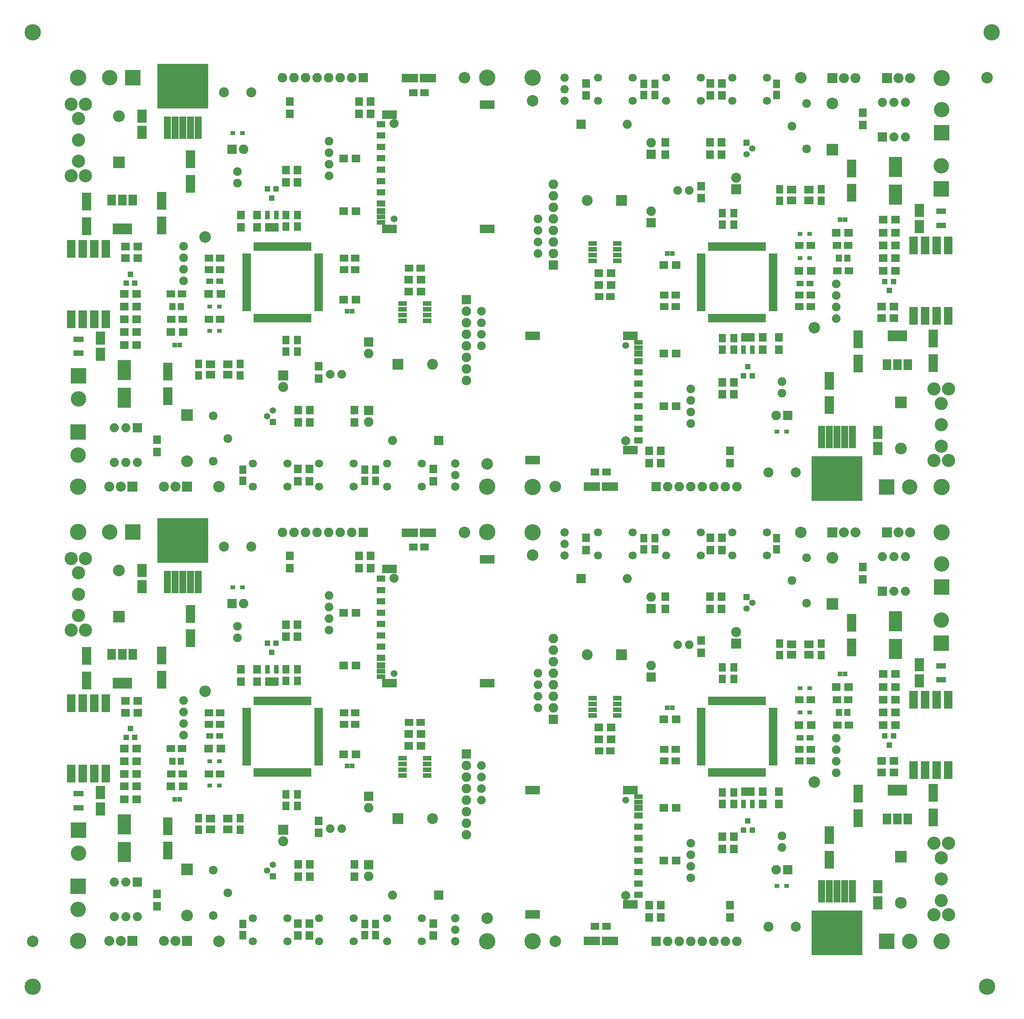
<source format=gbr>
G04 #@! TF.FileFunction,Soldermask,Top*
%FSLAX46Y46*%
G04 Gerber Fmt 4.6, Leading zero omitted, Abs format (unit mm)*
G04 Created by KiCad (PCBNEW 4.0.7-e2-6376~58~ubuntu16.04.1) date Sun Nov 18 23:18:58 2018*
%MOMM*%
%LPD*%
G01*
G04 APERTURE LIST*
%ADD10C,0.100000*%
%ADD11C,2.540000*%
%ADD12C,3.600000*%
%ADD13R,1.900000X1.650000*%
%ADD14R,1.900000X1.700000*%
%ADD15R,1.950000X1.000000*%
%ADD16R,1.900000X0.680000*%
%ADD17R,0.680000X1.900000*%
%ADD18R,1.700000X1.900000*%
%ADD19R,1.050000X1.960000*%
%ADD20R,2.100000X2.100000*%
%ADD21O,2.100000X2.100000*%
%ADD22R,2.400000X2.400000*%
%ADD23C,2.400000*%
%ADD24R,2.000000X2.000000*%
%ADD25O,2.000000X2.000000*%
%ADD26C,1.900000*%
%ADD27R,1.650000X1.900000*%
%ADD28R,1.000000X1.100000*%
%ADD29R,1.200000X1.300000*%
%ADD30C,2.200000*%
%ADD31R,3.600000X1.900000*%
%ADD32R,1.900000X1.400000*%
%ADD33R,1.900000X1.100000*%
%ADD34C,2.000000*%
%ADD35C,1.500000*%
%ADD36R,3.200000X1.900000*%
%ADD37R,2.200000X2.200000*%
%ADD38R,2.000000X1.700000*%
%ADD39R,1.000000X0.850000*%
%ADD40R,2.000000X3.900000*%
%ADD41R,2.900000X4.400000*%
%ADD42R,1.450000X1.500000*%
%ADD43R,2.000000X3.000000*%
%ADD44R,3.400000X3.400000*%
%ADD45C,3.400000*%
%ADD46R,2.600000X2.600000*%
%ADD47O,2.600000X2.600000*%
%ADD48C,2.900000*%
%ADD49R,1.500000X5.000000*%
%ADD50R,11.200000X9.800000*%
%ADD51R,1.600000X1.300000*%
%ADD52R,4.200000X2.400000*%
%ADD53R,1.900000X2.400000*%
%ADD54R,0.700000X1.200000*%
%ADD55R,1.900000X3.900000*%
%ADD56O,2.200000X2.200000*%
%ADD57C,1.400000*%
%ADD58R,1.400000X1.400000*%
%ADD59C,1.797000*%
%ADD60C,1.924000*%
%ADD61C,1.840000*%
G04 APERTURE END LIST*
D10*
D11*
X-5000000Y-195000000D03*
X205000000Y-5000000D03*
D12*
X-5000000Y-205000000D03*
X-5000000Y5000000D03*
X206000000Y5000000D03*
X205000000Y-205000000D03*
D13*
X63512580Y-147243880D03*
X66012580Y-147243880D03*
D14*
X63412580Y-134327980D03*
X66112580Y-134327980D03*
X80446180Y-149415580D03*
X77746180Y-149415580D03*
D13*
X63512580Y-144703880D03*
X66012580Y-144703880D03*
D14*
X63420200Y-153848000D03*
X66120200Y-153848000D03*
D15*
X81796180Y-158508780D03*
X81796180Y-157238780D03*
X81796180Y-155968780D03*
X81796180Y-154698780D03*
X76396180Y-154698780D03*
X76396180Y-155968780D03*
X76396180Y-157238780D03*
X76396180Y-158508780D03*
D13*
X80346180Y-146875580D03*
X77846180Y-146875580D03*
D14*
X80446180Y-151999880D03*
X77746180Y-151999880D03*
D13*
X36302580Y-147243880D03*
X33802580Y-147243880D03*
D14*
X36402580Y-152577880D03*
X33702580Y-152577880D03*
D16*
X42100580Y-143999880D03*
X42100580Y-144499880D03*
X42100580Y-144999880D03*
X42100580Y-145499880D03*
X42100580Y-145999880D03*
X42100580Y-146499880D03*
X42100580Y-146999880D03*
X42100580Y-147499880D03*
X42100580Y-147999880D03*
X42100580Y-148499880D03*
X42100580Y-148999880D03*
X42100580Y-149499880D03*
X42100580Y-149999880D03*
X42100580Y-150499880D03*
X42100580Y-150999880D03*
X42100580Y-151499880D03*
X42100580Y-151999880D03*
X42100580Y-152499880D03*
X42100580Y-152999880D03*
X42100580Y-153499880D03*
X42100580Y-153999880D03*
X42100580Y-154499880D03*
X42100580Y-154999880D03*
X42100580Y-155499880D03*
X42100580Y-155999880D03*
D17*
X44000580Y-157899880D03*
X44500580Y-157899880D03*
X45000580Y-157899880D03*
X45500580Y-157899880D03*
X46000580Y-157899880D03*
X46500580Y-157899880D03*
X47000580Y-157899880D03*
X47500580Y-157899880D03*
X48000580Y-157899880D03*
X48500580Y-157899880D03*
X49000580Y-157899880D03*
X49500580Y-157899880D03*
X50000580Y-157899880D03*
X50500580Y-157899880D03*
X51000580Y-157899880D03*
X51500580Y-157899880D03*
X52000580Y-157899880D03*
X52500580Y-157899880D03*
X53000580Y-157899880D03*
X53500580Y-157899880D03*
X54000580Y-157899880D03*
X54500580Y-157899880D03*
X55000580Y-157899880D03*
X55500580Y-157899880D03*
X56000580Y-157899880D03*
D16*
X57900580Y-155999880D03*
X57900580Y-155499880D03*
X57900580Y-154999880D03*
X57900580Y-154499880D03*
X57900580Y-153999880D03*
X57900580Y-153499880D03*
X57900580Y-152999880D03*
X57900580Y-152499880D03*
X57900580Y-151999880D03*
X57900580Y-151499880D03*
X57900580Y-150999880D03*
X57900580Y-150499880D03*
X57900580Y-149999880D03*
X57900580Y-149499880D03*
X57900580Y-148999880D03*
X57900580Y-148499880D03*
X57900580Y-147999880D03*
X57900580Y-147499880D03*
X57900580Y-146999880D03*
X57900580Y-146499880D03*
X57900580Y-145999880D03*
X57900580Y-145499880D03*
X57900580Y-144999880D03*
X57900580Y-144499880D03*
X57900580Y-143999880D03*
D17*
X56000580Y-142099880D03*
X55500580Y-142099880D03*
X55000580Y-142099880D03*
X54500580Y-142099880D03*
X54000580Y-142099880D03*
X53500580Y-142099880D03*
X53000580Y-142099880D03*
X52500580Y-142099880D03*
X52000580Y-142099880D03*
X51500580Y-142099880D03*
X51000580Y-142099880D03*
X50500580Y-142099880D03*
X50000580Y-142099880D03*
X49500580Y-142099880D03*
X49000580Y-142099880D03*
X48500580Y-142099880D03*
X48000580Y-142099880D03*
X47500580Y-142099880D03*
X47000580Y-142099880D03*
X46500580Y-142099880D03*
X46000580Y-142099880D03*
X45500580Y-142099880D03*
X45000580Y-142099880D03*
X44500580Y-142099880D03*
X44000580Y-142099880D03*
D13*
X36302580Y-144703880D03*
X33802580Y-144703880D03*
D18*
X40840860Y-135213180D03*
X40840860Y-137913180D03*
X44376920Y-135213180D03*
X44376920Y-137913180D03*
D19*
X46683200Y-137913180D03*
X47633200Y-137913180D03*
X48583200Y-137913180D03*
X48583200Y-135213180D03*
X46683200Y-135213180D03*
D20*
X90416580Y-153840380D03*
D21*
X90416580Y-156380380D03*
X90416580Y-158920380D03*
X90416580Y-161460380D03*
X90416580Y-164000380D03*
X90416580Y-166540380D03*
X90416580Y-169080380D03*
X90416580Y-171620380D03*
D20*
X68933260Y-178188820D03*
D21*
X68933260Y-180728820D03*
D22*
X75400200Y-168000000D03*
D23*
X83000200Y-168000000D03*
D24*
X84328580Y-184836000D03*
D25*
X74168580Y-184836000D03*
D20*
X68933260Y-163152020D03*
D21*
X68933260Y-165692020D03*
D26*
X63056640Y-170218300D03*
D27*
X53277080Y-162717240D03*
X53277080Y-165217240D03*
D18*
X57912580Y-168499880D03*
X57912580Y-171199880D03*
D26*
X93769380Y-164000380D03*
X93769380Y-161460380D03*
X93769380Y-158920380D03*
X93777000Y-156380380D03*
D28*
X65312580Y-156388000D03*
X64212580Y-156388000D03*
D18*
X65786200Y-180788500D03*
X65786200Y-178088500D03*
D26*
X60190580Y-126535380D03*
X60190580Y-123995380D03*
D29*
X48575200Y-129429200D03*
X46675200Y-129429200D03*
X47625200Y-131429200D03*
D27*
X53277080Y-137698880D03*
X53277080Y-135198880D03*
X50737080Y-137698880D03*
X50737080Y-135198880D03*
D18*
X50737080Y-125319880D03*
X50737080Y-128019880D03*
X53277080Y-125319880D03*
X53277080Y-128019880D03*
D30*
X37106580Y-108170380D03*
X43106580Y-108170380D03*
D26*
X60190580Y-121455380D03*
D14*
X66112580Y-122725380D03*
X63412580Y-122725380D03*
D18*
X66802580Y-110206880D03*
X66802580Y-112906880D03*
X69342580Y-110206880D03*
X69342580Y-112906880D03*
D26*
X60190580Y-118915380D03*
D20*
X67780580Y-104999880D03*
D21*
X65240580Y-104999880D03*
X62700580Y-104999880D03*
X60160580Y-104999880D03*
X57620580Y-104999880D03*
X55080580Y-104999880D03*
X52540580Y-104999880D03*
X50000580Y-104999880D03*
D18*
X51562580Y-110206880D03*
X51562580Y-112906880D03*
D12*
X95000580Y-104992380D03*
D13*
X78760580Y-108254880D03*
X81260580Y-108254880D03*
D11*
X90000200Y-105000000D03*
D31*
X77978580Y-105079880D03*
X81978580Y-105079880D03*
D32*
X71696580Y-117696880D03*
X71696580Y-120196880D03*
X71696580Y-122696880D03*
X71696580Y-125196880D03*
X71696580Y-127696880D03*
X71696580Y-130196880D03*
X71696580Y-132626880D03*
X71696580Y-134326880D03*
X71696580Y-115196880D03*
D33*
X71696580Y-135626880D03*
X71696580Y-136826880D03*
D34*
X74496580Y-115071880D03*
D35*
X74496580Y-136071880D03*
D36*
X73496580Y-113121880D03*
X94996580Y-110921880D03*
X94996580Y-138221880D03*
X73496580Y-138221880D03*
D37*
X50165580Y-170484880D03*
D30*
X50165580Y-173024880D03*
D27*
X31496580Y-170464880D03*
X31496580Y-167964880D03*
D26*
X60516640Y-170218300D03*
D38*
X34168580Y-170364880D03*
X37968580Y-170364880D03*
X37968580Y-168064880D03*
X34168580Y-168064880D03*
D39*
X36102580Y-160705880D03*
X34002580Y-160705880D03*
D27*
X40640580Y-167964880D03*
X40640580Y-170464880D03*
D40*
X24757580Y-169682380D03*
X24757580Y-175082380D03*
D41*
X15181780Y-169268880D03*
X15181780Y-175368880D03*
D14*
X17860580Y-155371880D03*
X15160580Y-155371880D03*
D39*
X36102580Y-155371880D03*
X34002580Y-155371880D03*
D13*
X27920580Y-152577880D03*
X25420580Y-152577880D03*
D42*
X25745580Y-155371880D03*
X27595580Y-155371880D03*
D26*
X28186580Y-149649380D03*
X28186580Y-147109380D03*
D43*
X19042580Y-117010380D03*
X19042580Y-113410380D03*
D12*
X4992580Y-104992380D03*
D44*
X17072580Y-104992380D03*
D45*
X11992580Y-104992380D03*
D46*
X13962580Y-123614380D03*
D47*
X13962580Y-113454380D03*
D48*
X5072580Y-123360380D03*
X5072580Y-118661380D03*
X5072580Y-113962380D03*
X3485080Y-110787380D03*
X3485080Y-126535380D03*
X6660080Y-110787380D03*
X6660080Y-126535380D03*
D20*
X38862200Y-120700780D03*
D21*
X41402200Y-120700780D03*
D49*
X24630580Y-115994380D03*
X26330580Y-115994380D03*
X28030580Y-115994380D03*
X29730580Y-115994380D03*
X31430580Y-115994380D03*
D50*
X28030580Y-106844380D03*
D26*
X40106580Y-125654000D03*
D40*
X29710580Y-122946380D03*
X29710580Y-128346380D03*
D39*
X39083180Y-117170780D03*
X41183180Y-117170780D03*
D26*
X40106580Y-128194000D03*
D51*
X36152580Y-149783880D03*
X33952580Y-149783880D03*
D26*
X28186580Y-144569380D03*
D40*
X23360580Y-132090380D03*
X23360580Y-137490380D03*
D26*
X28186580Y-142029380D03*
D40*
X6850580Y-132250380D03*
X6850580Y-137650380D03*
D11*
X33000200Y-140000000D03*
D52*
X14724580Y-138194380D03*
D53*
X14724580Y-131894380D03*
X12424580Y-131894380D03*
X17024580Y-131894380D03*
D14*
X15152580Y-163809880D03*
X17852580Y-163809880D03*
D43*
X9906580Y-162270380D03*
X9906580Y-165870380D03*
D44*
X5106580Y-170590380D03*
D45*
X5106580Y-175670380D03*
D54*
X4356580Y-165620380D03*
X4856580Y-165620380D03*
X5356580Y-165620380D03*
X5856580Y-165620380D03*
X5856580Y-162520380D03*
X5356580Y-162520380D03*
X4856580Y-162520380D03*
X4356580Y-162520380D03*
D14*
X17860580Y-160896500D03*
X15160580Y-160896500D03*
X17860580Y-152577880D03*
X15160580Y-152577880D03*
X17860580Y-158165880D03*
X15160580Y-158165880D03*
X18159920Y-144703880D03*
X15459920Y-144703880D03*
D55*
X11146580Y-142670380D03*
X8606580Y-158140380D03*
X11146580Y-158140380D03*
X6066580Y-158140380D03*
X3526580Y-158140380D03*
X8606580Y-142670380D03*
X6066580Y-142670380D03*
X3526580Y-142670380D03*
D29*
X15585980Y-150183680D03*
X17485980Y-150183680D03*
X16535980Y-148183680D03*
D14*
X18159920Y-142158920D03*
X15459920Y-142158920D03*
D12*
X4992580Y-194992380D03*
D44*
X4992580Y-182912380D03*
D45*
X4992580Y-187992380D03*
D37*
X28992580Y-194992380D03*
D56*
X26452580Y-194992380D03*
X23912580Y-194992380D03*
D46*
X29012080Y-179240380D03*
D47*
X29012080Y-189400380D03*
D24*
X18026580Y-182034380D03*
D25*
X12946580Y-189654380D03*
X15486580Y-182034380D03*
X15486580Y-189654380D03*
X12946580Y-182034380D03*
X18026580Y-189654380D03*
D18*
X22344580Y-184621380D03*
X22344580Y-187321380D03*
D37*
X16992580Y-194992380D03*
D56*
X14452580Y-194992380D03*
X11912580Y-194992380D03*
D13*
X28047580Y-158165880D03*
X25547580Y-158165880D03*
X36302580Y-158165880D03*
X33802580Y-158165880D03*
D28*
X27347580Y-163807340D03*
X26247580Y-163807340D03*
D14*
X28147580Y-160896500D03*
X25447580Y-160896500D03*
D27*
X50727896Y-162723446D03*
X50727896Y-165223446D03*
D18*
X53416780Y-178111240D03*
X53416780Y-180811240D03*
X55961860Y-180821400D03*
X55961860Y-178121400D03*
D57*
X46606660Y-179463900D03*
X47876660Y-178193900D03*
D58*
X47876660Y-180733900D03*
D27*
X41275580Y-191205880D03*
X41275580Y-193705880D03*
D59*
X51057142Y-189919880D03*
X51057142Y-194999880D03*
X43437142Y-189919880D03*
X43437142Y-194999880D03*
D60*
X37932360Y-184388960D03*
X34732360Y-179388960D03*
X34732360Y-189388960D03*
D11*
X36000200Y-195000000D03*
D59*
X65620580Y-189919880D03*
X65620580Y-194999880D03*
X58000580Y-189919880D03*
X58000580Y-194999880D03*
D27*
X68072580Y-191205880D03*
X68072580Y-193705880D03*
D18*
X53340580Y-193805880D03*
X53340580Y-191105880D03*
X55880580Y-193805880D03*
X55880580Y-191105880D03*
D27*
X70485580Y-191205880D03*
X70485580Y-193705880D03*
D61*
X88000580Y-194999880D03*
X88000580Y-192459880D03*
X88000580Y-189919880D03*
D18*
X83185580Y-193805880D03*
X83185580Y-191105880D03*
D12*
X95000580Y-194999880D03*
D11*
X95000200Y-190000000D03*
D59*
X80620580Y-189919880D03*
X80620580Y-194999880D03*
X73000580Y-189919880D03*
X73000580Y-194999880D03*
D13*
X136487420Y-152756120D03*
X133987420Y-152756120D03*
D14*
X136587420Y-165672020D03*
X133887420Y-165672020D03*
X119553820Y-150584420D03*
X122253820Y-150584420D03*
D13*
X136487420Y-155296120D03*
X133987420Y-155296120D03*
D14*
X136579800Y-146152000D03*
X133879800Y-146152000D03*
D15*
X118203820Y-141491220D03*
X118203820Y-142761220D03*
X118203820Y-144031220D03*
X118203820Y-145301220D03*
X123603820Y-145301220D03*
X123603820Y-144031220D03*
X123603820Y-142761220D03*
X123603820Y-141491220D03*
D13*
X119653820Y-153124420D03*
X122153820Y-153124420D03*
D14*
X119553820Y-148000120D03*
X122253820Y-148000120D03*
D13*
X163697420Y-152756120D03*
X166197420Y-152756120D03*
D14*
X163597420Y-147422120D03*
X166297420Y-147422120D03*
D16*
X157899420Y-156000120D03*
X157899420Y-155500120D03*
X157899420Y-155000120D03*
X157899420Y-154500120D03*
X157899420Y-154000120D03*
X157899420Y-153500120D03*
X157899420Y-153000120D03*
X157899420Y-152500120D03*
X157899420Y-152000120D03*
X157899420Y-151500120D03*
X157899420Y-151000120D03*
X157899420Y-150500120D03*
X157899420Y-150000120D03*
X157899420Y-149500120D03*
X157899420Y-149000120D03*
X157899420Y-148500120D03*
X157899420Y-148000120D03*
X157899420Y-147500120D03*
X157899420Y-147000120D03*
X157899420Y-146500120D03*
X157899420Y-146000120D03*
X157899420Y-145500120D03*
X157899420Y-145000120D03*
X157899420Y-144500120D03*
X157899420Y-144000120D03*
D17*
X155999420Y-142100120D03*
X155499420Y-142100120D03*
X154999420Y-142100120D03*
X154499420Y-142100120D03*
X153999420Y-142100120D03*
X153499420Y-142100120D03*
X152999420Y-142100120D03*
X152499420Y-142100120D03*
X151999420Y-142100120D03*
X151499420Y-142100120D03*
X150999420Y-142100120D03*
X150499420Y-142100120D03*
X149999420Y-142100120D03*
X149499420Y-142100120D03*
X148999420Y-142100120D03*
X148499420Y-142100120D03*
X147999420Y-142100120D03*
X147499420Y-142100120D03*
X146999420Y-142100120D03*
X146499420Y-142100120D03*
X145999420Y-142100120D03*
X145499420Y-142100120D03*
X144999420Y-142100120D03*
X144499420Y-142100120D03*
X143999420Y-142100120D03*
D16*
X142099420Y-144000120D03*
X142099420Y-144500120D03*
X142099420Y-145000120D03*
X142099420Y-145500120D03*
X142099420Y-146000120D03*
X142099420Y-146500120D03*
X142099420Y-147000120D03*
X142099420Y-147500120D03*
X142099420Y-148000120D03*
X142099420Y-148500120D03*
X142099420Y-149000120D03*
X142099420Y-149500120D03*
X142099420Y-150000120D03*
X142099420Y-150500120D03*
X142099420Y-151000120D03*
X142099420Y-151500120D03*
X142099420Y-152000120D03*
X142099420Y-152500120D03*
X142099420Y-153000120D03*
X142099420Y-153500120D03*
X142099420Y-154000120D03*
X142099420Y-154500120D03*
X142099420Y-155000120D03*
X142099420Y-155500120D03*
X142099420Y-156000120D03*
D17*
X143999420Y-157900120D03*
X144499420Y-157900120D03*
X144999420Y-157900120D03*
X145499420Y-157900120D03*
X145999420Y-157900120D03*
X146499420Y-157900120D03*
X146999420Y-157900120D03*
X147499420Y-157900120D03*
X147999420Y-157900120D03*
X148499420Y-157900120D03*
X148999420Y-157900120D03*
X149499420Y-157900120D03*
X149999420Y-157900120D03*
X150499420Y-157900120D03*
X150999420Y-157900120D03*
X151499420Y-157900120D03*
X151999420Y-157900120D03*
X152499420Y-157900120D03*
X152999420Y-157900120D03*
X153499420Y-157900120D03*
X153999420Y-157900120D03*
X154499420Y-157900120D03*
X154999420Y-157900120D03*
X155499420Y-157900120D03*
X155999420Y-157900120D03*
D13*
X163697420Y-155296120D03*
X166197420Y-155296120D03*
D18*
X159159140Y-164786820D03*
X159159140Y-162086820D03*
X155623080Y-164786820D03*
X155623080Y-162086820D03*
D19*
X153316800Y-162086820D03*
X152366800Y-162086820D03*
X151416800Y-162086820D03*
X151416800Y-164786820D03*
X153316800Y-164786820D03*
D20*
X109583420Y-146159620D03*
D21*
X109583420Y-143619620D03*
X109583420Y-141079620D03*
X109583420Y-138539620D03*
X109583420Y-135999620D03*
X109583420Y-133459620D03*
X109583420Y-130919620D03*
X109583420Y-128379620D03*
D20*
X131066740Y-121811180D03*
D21*
X131066740Y-119271180D03*
D22*
X124599800Y-132000000D03*
D23*
X116999800Y-132000000D03*
D24*
X115671420Y-115164000D03*
D25*
X125831420Y-115164000D03*
D20*
X131066740Y-136847980D03*
D21*
X131066740Y-134307980D03*
D26*
X136943360Y-129781700D03*
D27*
X146722920Y-137282760D03*
X146722920Y-134782760D03*
D18*
X142087420Y-131500120D03*
X142087420Y-128800120D03*
D26*
X106230620Y-135999620D03*
X106230620Y-138539620D03*
X106230620Y-141079620D03*
X106223000Y-143619620D03*
D28*
X134687420Y-143612000D03*
X135787420Y-143612000D03*
D18*
X134213800Y-119211500D03*
X134213800Y-121911500D03*
D26*
X139809420Y-173464620D03*
X139809420Y-176004620D03*
D29*
X151424800Y-170570800D03*
X153324800Y-170570800D03*
X152374800Y-168570800D03*
D27*
X146722920Y-162301120D03*
X146722920Y-164801120D03*
X149262920Y-162301120D03*
X149262920Y-164801120D03*
D18*
X149262920Y-174680120D03*
X149262920Y-171980120D03*
X146722920Y-174680120D03*
X146722920Y-171980120D03*
D30*
X162893420Y-191829620D03*
X156893420Y-191829620D03*
D26*
X139809420Y-178544620D03*
D14*
X133887420Y-177274620D03*
X136587420Y-177274620D03*
D18*
X133197420Y-189793120D03*
X133197420Y-187093120D03*
X130657420Y-189793120D03*
X130657420Y-187093120D03*
D26*
X139809420Y-181084620D03*
D20*
X132219420Y-195000120D03*
D21*
X134759420Y-195000120D03*
X137299420Y-195000120D03*
X139839420Y-195000120D03*
X142379420Y-195000120D03*
X144919420Y-195000120D03*
X147459420Y-195000120D03*
X149999420Y-195000120D03*
D18*
X148437420Y-189793120D03*
X148437420Y-187093120D03*
D12*
X104999420Y-195007620D03*
D13*
X121239420Y-191745120D03*
X118739420Y-191745120D03*
D11*
X109999800Y-195000000D03*
D31*
X122021420Y-194920120D03*
X118021420Y-194920120D03*
D32*
X128303420Y-182303120D03*
X128303420Y-179803120D03*
X128303420Y-177303120D03*
X128303420Y-174803120D03*
X128303420Y-172303120D03*
X128303420Y-169803120D03*
X128303420Y-167373120D03*
X128303420Y-165673120D03*
X128303420Y-184803120D03*
D33*
X128303420Y-164373120D03*
X128303420Y-163173120D03*
D34*
X125503420Y-184928120D03*
D35*
X125503420Y-163928120D03*
D36*
X126503420Y-186878120D03*
X105003420Y-189078120D03*
X105003420Y-161778120D03*
X126503420Y-161778120D03*
D37*
X149834420Y-129515120D03*
D30*
X149834420Y-126975120D03*
D27*
X168503420Y-129535120D03*
X168503420Y-132035120D03*
D26*
X139483360Y-129781700D03*
D38*
X165831420Y-129635120D03*
X162031420Y-129635120D03*
X162031420Y-131935120D03*
X165831420Y-131935120D03*
D39*
X163897420Y-139294120D03*
X165997420Y-139294120D03*
D27*
X159359420Y-132035120D03*
X159359420Y-129535120D03*
D40*
X175242420Y-130317620D03*
X175242420Y-124917620D03*
D41*
X184818220Y-130731120D03*
X184818220Y-124631120D03*
D14*
X182139420Y-144628120D03*
X184839420Y-144628120D03*
D39*
X163897420Y-144628120D03*
X165997420Y-144628120D03*
D13*
X172079420Y-147422120D03*
X174579420Y-147422120D03*
D42*
X174254420Y-144628120D03*
X172404420Y-144628120D03*
D26*
X171813420Y-150350620D03*
X171813420Y-152890620D03*
D43*
X180957420Y-182989620D03*
X180957420Y-186589620D03*
D12*
X195007420Y-195007620D03*
D44*
X182927420Y-195007620D03*
D45*
X188007420Y-195007620D03*
D46*
X186037420Y-176385620D03*
D47*
X186037420Y-186545620D03*
D48*
X194927420Y-176639620D03*
X194927420Y-181338620D03*
X194927420Y-186037620D03*
X196514920Y-189212620D03*
X196514920Y-173464620D03*
X193339920Y-189212620D03*
X193339920Y-173464620D03*
D20*
X161137800Y-179299220D03*
D21*
X158597800Y-179299220D03*
D49*
X175369420Y-184005620D03*
X173669420Y-184005620D03*
X171969420Y-184005620D03*
X170269420Y-184005620D03*
X168569420Y-184005620D03*
D50*
X171969420Y-193155620D03*
D26*
X159893420Y-174346000D03*
D40*
X170289420Y-177053620D03*
X170289420Y-171653620D03*
D39*
X160916820Y-182829220D03*
X158816820Y-182829220D03*
D26*
X159893420Y-171806000D03*
D51*
X163847420Y-150216120D03*
X166047420Y-150216120D03*
D26*
X171813420Y-155430620D03*
D40*
X176639420Y-167909620D03*
X176639420Y-162509620D03*
D26*
X171813420Y-157970620D03*
D40*
X193149420Y-167749620D03*
X193149420Y-162349620D03*
D11*
X166999800Y-160000000D03*
D52*
X185275420Y-161805620D03*
D53*
X185275420Y-168105620D03*
X187575420Y-168105620D03*
X182975420Y-168105620D03*
D14*
X184847420Y-136190120D03*
X182147420Y-136190120D03*
D43*
X190093420Y-137729620D03*
X190093420Y-134129620D03*
D44*
X194893420Y-129409620D03*
D45*
X194893420Y-124329620D03*
D54*
X195643420Y-134379620D03*
X195143420Y-134379620D03*
X194643420Y-134379620D03*
X194143420Y-134379620D03*
X194143420Y-137479620D03*
X194643420Y-137479620D03*
X195143420Y-137479620D03*
X195643420Y-137479620D03*
D14*
X182139420Y-139103500D03*
X184839420Y-139103500D03*
X182139420Y-147422120D03*
X184839420Y-147422120D03*
X182139420Y-141834120D03*
X184839420Y-141834120D03*
X181840080Y-155296120D03*
X184540080Y-155296120D03*
D55*
X188853420Y-157329620D03*
X191393420Y-141859620D03*
X188853420Y-141859620D03*
X193933420Y-141859620D03*
X196473420Y-141859620D03*
X191393420Y-157329620D03*
X193933420Y-157329620D03*
X196473420Y-157329620D03*
D29*
X184414020Y-149816320D03*
X182514020Y-149816320D03*
X183464020Y-151816320D03*
D14*
X181840080Y-157841080D03*
X184540080Y-157841080D03*
D12*
X195007420Y-105007620D03*
D44*
X195007420Y-117087620D03*
D45*
X195007420Y-112007620D03*
D37*
X171007420Y-105007620D03*
D56*
X173547420Y-105007620D03*
X176087420Y-105007620D03*
D46*
X170987920Y-120759620D03*
D47*
X170987920Y-110599620D03*
D24*
X181973420Y-117965620D03*
D25*
X187053420Y-110345620D03*
X184513420Y-117965620D03*
X184513420Y-110345620D03*
X187053420Y-117965620D03*
X181973420Y-110345620D03*
D18*
X177655420Y-115378620D03*
X177655420Y-112678620D03*
D37*
X183007420Y-105007620D03*
D56*
X185547420Y-105007620D03*
X188087420Y-105007620D03*
D13*
X171952420Y-141834120D03*
X174452420Y-141834120D03*
X163697420Y-141834120D03*
X166197420Y-141834120D03*
D28*
X172652420Y-136192660D03*
X173752420Y-136192660D03*
D14*
X171852420Y-139103500D03*
X174552420Y-139103500D03*
D27*
X149272104Y-137276554D03*
X149272104Y-134776554D03*
D18*
X146583220Y-121888760D03*
X146583220Y-119188760D03*
X144038140Y-119178600D03*
X144038140Y-121878600D03*
D57*
X153393340Y-120536100D03*
X152123340Y-121806100D03*
D58*
X152123340Y-119266100D03*
D27*
X158724420Y-108794120D03*
X158724420Y-106294120D03*
D59*
X148942858Y-110080120D03*
X148942858Y-105000120D03*
X156562858Y-110080120D03*
X156562858Y-105000120D03*
D60*
X162067640Y-115611040D03*
X165267640Y-120611040D03*
X165267640Y-110611040D03*
D11*
X163999800Y-105000000D03*
D59*
X134379420Y-110080120D03*
X134379420Y-105000120D03*
X141999420Y-110080120D03*
X141999420Y-105000120D03*
D27*
X131927420Y-108794120D03*
X131927420Y-106294120D03*
D18*
X146659420Y-106194120D03*
X146659420Y-108894120D03*
X144119420Y-106194120D03*
X144119420Y-108894120D03*
D27*
X129514420Y-108794120D03*
X129514420Y-106294120D03*
D61*
X111999420Y-105000120D03*
X111999420Y-107540120D03*
X111999420Y-110080120D03*
D18*
X116814420Y-106194120D03*
X116814420Y-108894120D03*
D12*
X104999420Y-105000120D03*
D11*
X104999800Y-110000000D03*
D59*
X119379420Y-110080120D03*
X119379420Y-105000120D03*
X126999420Y-110080120D03*
X126999420Y-105000120D03*
D13*
X136487420Y-52756120D03*
X133987420Y-52756120D03*
D14*
X136587420Y-65672020D03*
X133887420Y-65672020D03*
X119553820Y-50584420D03*
X122253820Y-50584420D03*
D13*
X136487420Y-55296120D03*
X133987420Y-55296120D03*
D14*
X136579800Y-46152000D03*
X133879800Y-46152000D03*
D15*
X118203820Y-41491220D03*
X118203820Y-42761220D03*
X118203820Y-44031220D03*
X118203820Y-45301220D03*
X123603820Y-45301220D03*
X123603820Y-44031220D03*
X123603820Y-42761220D03*
X123603820Y-41491220D03*
D13*
X119653820Y-53124420D03*
X122153820Y-53124420D03*
D14*
X119553820Y-48000120D03*
X122253820Y-48000120D03*
D13*
X163697420Y-52756120D03*
X166197420Y-52756120D03*
D14*
X163597420Y-47422120D03*
X166297420Y-47422120D03*
D16*
X157899420Y-56000120D03*
X157899420Y-55500120D03*
X157899420Y-55000120D03*
X157899420Y-54500120D03*
X157899420Y-54000120D03*
X157899420Y-53500120D03*
X157899420Y-53000120D03*
X157899420Y-52500120D03*
X157899420Y-52000120D03*
X157899420Y-51500120D03*
X157899420Y-51000120D03*
X157899420Y-50500120D03*
X157899420Y-50000120D03*
X157899420Y-49500120D03*
X157899420Y-49000120D03*
X157899420Y-48500120D03*
X157899420Y-48000120D03*
X157899420Y-47500120D03*
X157899420Y-47000120D03*
X157899420Y-46500120D03*
X157899420Y-46000120D03*
X157899420Y-45500120D03*
X157899420Y-45000120D03*
X157899420Y-44500120D03*
X157899420Y-44000120D03*
D17*
X155999420Y-42100120D03*
X155499420Y-42100120D03*
X154999420Y-42100120D03*
X154499420Y-42100120D03*
X153999420Y-42100120D03*
X153499420Y-42100120D03*
X152999420Y-42100120D03*
X152499420Y-42100120D03*
X151999420Y-42100120D03*
X151499420Y-42100120D03*
X150999420Y-42100120D03*
X150499420Y-42100120D03*
X149999420Y-42100120D03*
X149499420Y-42100120D03*
X148999420Y-42100120D03*
X148499420Y-42100120D03*
X147999420Y-42100120D03*
X147499420Y-42100120D03*
X146999420Y-42100120D03*
X146499420Y-42100120D03*
X145999420Y-42100120D03*
X145499420Y-42100120D03*
X144999420Y-42100120D03*
X144499420Y-42100120D03*
X143999420Y-42100120D03*
D16*
X142099420Y-44000120D03*
X142099420Y-44500120D03*
X142099420Y-45000120D03*
X142099420Y-45500120D03*
X142099420Y-46000120D03*
X142099420Y-46500120D03*
X142099420Y-47000120D03*
X142099420Y-47500120D03*
X142099420Y-48000120D03*
X142099420Y-48500120D03*
X142099420Y-49000120D03*
X142099420Y-49500120D03*
X142099420Y-50000120D03*
X142099420Y-50500120D03*
X142099420Y-51000120D03*
X142099420Y-51500120D03*
X142099420Y-52000120D03*
X142099420Y-52500120D03*
X142099420Y-53000120D03*
X142099420Y-53500120D03*
X142099420Y-54000120D03*
X142099420Y-54500120D03*
X142099420Y-55000120D03*
X142099420Y-55500120D03*
X142099420Y-56000120D03*
D17*
X143999420Y-57900120D03*
X144499420Y-57900120D03*
X144999420Y-57900120D03*
X145499420Y-57900120D03*
X145999420Y-57900120D03*
X146499420Y-57900120D03*
X146999420Y-57900120D03*
X147499420Y-57900120D03*
X147999420Y-57900120D03*
X148499420Y-57900120D03*
X148999420Y-57900120D03*
X149499420Y-57900120D03*
X149999420Y-57900120D03*
X150499420Y-57900120D03*
X150999420Y-57900120D03*
X151499420Y-57900120D03*
X151999420Y-57900120D03*
X152499420Y-57900120D03*
X152999420Y-57900120D03*
X153499420Y-57900120D03*
X153999420Y-57900120D03*
X154499420Y-57900120D03*
X154999420Y-57900120D03*
X155499420Y-57900120D03*
X155999420Y-57900120D03*
D13*
X163697420Y-55296120D03*
X166197420Y-55296120D03*
D18*
X159159140Y-64786820D03*
X159159140Y-62086820D03*
X155623080Y-64786820D03*
X155623080Y-62086820D03*
D19*
X153316800Y-62086820D03*
X152366800Y-62086820D03*
X151416800Y-62086820D03*
X151416800Y-64786820D03*
X153316800Y-64786820D03*
D20*
X109583420Y-46159620D03*
D21*
X109583420Y-43619620D03*
X109583420Y-41079620D03*
X109583420Y-38539620D03*
X109583420Y-35999620D03*
X109583420Y-33459620D03*
X109583420Y-30919620D03*
X109583420Y-28379620D03*
D20*
X131066740Y-21811180D03*
D21*
X131066740Y-19271180D03*
D22*
X124599800Y-32000000D03*
D23*
X116999800Y-32000000D03*
D24*
X115671420Y-15164000D03*
D25*
X125831420Y-15164000D03*
D20*
X131066740Y-36847980D03*
D21*
X131066740Y-34307980D03*
D26*
X136943360Y-29781700D03*
D27*
X146722920Y-37282760D03*
X146722920Y-34782760D03*
D18*
X142087420Y-31500120D03*
X142087420Y-28800120D03*
D26*
X106230620Y-35999620D03*
X106230620Y-38539620D03*
X106230620Y-41079620D03*
X106223000Y-43619620D03*
D28*
X134687420Y-43612000D03*
X135787420Y-43612000D03*
D18*
X134213800Y-19211500D03*
X134213800Y-21911500D03*
D26*
X139809420Y-73464620D03*
X139809420Y-76004620D03*
D29*
X151424800Y-70570800D03*
X153324800Y-70570800D03*
X152374800Y-68570800D03*
D27*
X146722920Y-62301120D03*
X146722920Y-64801120D03*
X149262920Y-62301120D03*
X149262920Y-64801120D03*
D18*
X149262920Y-74680120D03*
X149262920Y-71980120D03*
X146722920Y-74680120D03*
X146722920Y-71980120D03*
D30*
X162893420Y-91829620D03*
X156893420Y-91829620D03*
D26*
X139809420Y-78544620D03*
D14*
X133887420Y-77274620D03*
X136587420Y-77274620D03*
D18*
X133197420Y-89793120D03*
X133197420Y-87093120D03*
X130657420Y-89793120D03*
X130657420Y-87093120D03*
D26*
X139809420Y-81084620D03*
D20*
X132219420Y-95000120D03*
D21*
X134759420Y-95000120D03*
X137299420Y-95000120D03*
X139839420Y-95000120D03*
X142379420Y-95000120D03*
X144919420Y-95000120D03*
X147459420Y-95000120D03*
X149999420Y-95000120D03*
D18*
X148437420Y-89793120D03*
X148437420Y-87093120D03*
D12*
X104999420Y-95007620D03*
D13*
X121239420Y-91745120D03*
X118739420Y-91745120D03*
D11*
X109999800Y-95000000D03*
D31*
X122021420Y-94920120D03*
X118021420Y-94920120D03*
D32*
X128303420Y-82303120D03*
X128303420Y-79803120D03*
X128303420Y-77303120D03*
X128303420Y-74803120D03*
X128303420Y-72303120D03*
X128303420Y-69803120D03*
X128303420Y-67373120D03*
X128303420Y-65673120D03*
X128303420Y-84803120D03*
D33*
X128303420Y-64373120D03*
X128303420Y-63173120D03*
D34*
X125503420Y-84928120D03*
D35*
X125503420Y-63928120D03*
D36*
X126503420Y-86878120D03*
X105003420Y-89078120D03*
X105003420Y-61778120D03*
X126503420Y-61778120D03*
D37*
X149834420Y-29515120D03*
D30*
X149834420Y-26975120D03*
D27*
X168503420Y-29535120D03*
X168503420Y-32035120D03*
D26*
X139483360Y-29781700D03*
D38*
X165831420Y-29635120D03*
X162031420Y-29635120D03*
X162031420Y-31935120D03*
X165831420Y-31935120D03*
D39*
X163897420Y-39294120D03*
X165997420Y-39294120D03*
D27*
X159359420Y-32035120D03*
X159359420Y-29535120D03*
D40*
X175242420Y-30317620D03*
X175242420Y-24917620D03*
D41*
X184818220Y-30731120D03*
X184818220Y-24631120D03*
D14*
X182139420Y-44628120D03*
X184839420Y-44628120D03*
D39*
X163897420Y-44628120D03*
X165997420Y-44628120D03*
D13*
X172079420Y-47422120D03*
X174579420Y-47422120D03*
D42*
X174254420Y-44628120D03*
X172404420Y-44628120D03*
D26*
X171813420Y-50350620D03*
X171813420Y-52890620D03*
D43*
X180957420Y-82989620D03*
X180957420Y-86589620D03*
D12*
X195007420Y-95007620D03*
D44*
X182927420Y-95007620D03*
D45*
X188007420Y-95007620D03*
D46*
X186037420Y-76385620D03*
D47*
X186037420Y-86545620D03*
D48*
X194927420Y-76639620D03*
X194927420Y-81338620D03*
X194927420Y-86037620D03*
X196514920Y-89212620D03*
X196514920Y-73464620D03*
X193339920Y-89212620D03*
X193339920Y-73464620D03*
D20*
X161137800Y-79299220D03*
D21*
X158597800Y-79299220D03*
D49*
X175369420Y-84005620D03*
X173669420Y-84005620D03*
X171969420Y-84005620D03*
X170269420Y-84005620D03*
X168569420Y-84005620D03*
D50*
X171969420Y-93155620D03*
D26*
X159893420Y-74346000D03*
D40*
X170289420Y-77053620D03*
X170289420Y-71653620D03*
D39*
X160916820Y-82829220D03*
X158816820Y-82829220D03*
D26*
X159893420Y-71806000D03*
D51*
X163847420Y-50216120D03*
X166047420Y-50216120D03*
D26*
X171813420Y-55430620D03*
D40*
X176639420Y-67909620D03*
X176639420Y-62509620D03*
D26*
X171813420Y-57970620D03*
D40*
X193149420Y-67749620D03*
X193149420Y-62349620D03*
D11*
X166999800Y-60000000D03*
D52*
X185275420Y-61805620D03*
D53*
X185275420Y-68105620D03*
X187575420Y-68105620D03*
X182975420Y-68105620D03*
D14*
X184847420Y-36190120D03*
X182147420Y-36190120D03*
D43*
X190093420Y-37729620D03*
X190093420Y-34129620D03*
D44*
X194893420Y-29409620D03*
D45*
X194893420Y-24329620D03*
D54*
X195643420Y-34379620D03*
X195143420Y-34379620D03*
X194643420Y-34379620D03*
X194143420Y-34379620D03*
X194143420Y-37479620D03*
X194643420Y-37479620D03*
X195143420Y-37479620D03*
X195643420Y-37479620D03*
D14*
X182139420Y-39103500D03*
X184839420Y-39103500D03*
X182139420Y-47422120D03*
X184839420Y-47422120D03*
X182139420Y-41834120D03*
X184839420Y-41834120D03*
X181840080Y-55296120D03*
X184540080Y-55296120D03*
D55*
X188853420Y-57329620D03*
X191393420Y-41859620D03*
X188853420Y-41859620D03*
X193933420Y-41859620D03*
X196473420Y-41859620D03*
X191393420Y-57329620D03*
X193933420Y-57329620D03*
X196473420Y-57329620D03*
D29*
X184414020Y-49816320D03*
X182514020Y-49816320D03*
X183464020Y-51816320D03*
D14*
X181840080Y-57841080D03*
X184540080Y-57841080D03*
D12*
X195007420Y-5007620D03*
D44*
X195007420Y-17087620D03*
D45*
X195007420Y-12007620D03*
D37*
X171007420Y-5007620D03*
D56*
X173547420Y-5007620D03*
X176087420Y-5007620D03*
D46*
X170987920Y-20759620D03*
D47*
X170987920Y-10599620D03*
D24*
X181973420Y-17965620D03*
D25*
X187053420Y-10345620D03*
X184513420Y-17965620D03*
X184513420Y-10345620D03*
X187053420Y-17965620D03*
X181973420Y-10345620D03*
D18*
X177655420Y-15378620D03*
X177655420Y-12678620D03*
D37*
X183007420Y-5007620D03*
D56*
X185547420Y-5007620D03*
X188087420Y-5007620D03*
D13*
X171952420Y-41834120D03*
X174452420Y-41834120D03*
X163697420Y-41834120D03*
X166197420Y-41834120D03*
D28*
X172652420Y-36192660D03*
X173752420Y-36192660D03*
D14*
X171852420Y-39103500D03*
X174552420Y-39103500D03*
D27*
X149272104Y-37276554D03*
X149272104Y-34776554D03*
D18*
X146583220Y-21888760D03*
X146583220Y-19188760D03*
X144038140Y-19178600D03*
X144038140Y-21878600D03*
D57*
X153393340Y-20536100D03*
X152123340Y-21806100D03*
D58*
X152123340Y-19266100D03*
D27*
X158724420Y-8794120D03*
X158724420Y-6294120D03*
D59*
X148942858Y-10080120D03*
X148942858Y-5000120D03*
X156562858Y-10080120D03*
X156562858Y-5000120D03*
D60*
X162067640Y-15611040D03*
X165267640Y-20611040D03*
X165267640Y-10611040D03*
D11*
X163999800Y-5000000D03*
D59*
X134379420Y-10080120D03*
X134379420Y-5000120D03*
X141999420Y-10080120D03*
X141999420Y-5000120D03*
D27*
X131927420Y-8794120D03*
X131927420Y-6294120D03*
D18*
X146659420Y-6194120D03*
X146659420Y-8894120D03*
X144119420Y-6194120D03*
X144119420Y-8894120D03*
D27*
X129514420Y-8794120D03*
X129514420Y-6294120D03*
D61*
X111999420Y-5000120D03*
X111999420Y-7540120D03*
X111999420Y-10080120D03*
D18*
X116814420Y-6194120D03*
X116814420Y-8894120D03*
D12*
X104999420Y-5000120D03*
D11*
X104999800Y-10000000D03*
D59*
X119379420Y-10080120D03*
X119379420Y-5000120D03*
X126999420Y-10080120D03*
X126999420Y-5000120D03*
D55*
X11146580Y-42670380D03*
X8606580Y-58140380D03*
X11146580Y-58140380D03*
X6066580Y-58140380D03*
X3526580Y-58140380D03*
X8606580Y-42670380D03*
X6066580Y-42670380D03*
X3526580Y-42670380D03*
D11*
X95000200Y-90000000D03*
X33000200Y-40000000D03*
X90000200Y-5000000D03*
D38*
X34168580Y-70364880D03*
X37968580Y-70364880D03*
X37968580Y-68064880D03*
X34168580Y-68064880D03*
D20*
X90416580Y-53840380D03*
D21*
X90416580Y-56380380D03*
X90416580Y-58920380D03*
X90416580Y-61460380D03*
X90416580Y-64000380D03*
X90416580Y-66540380D03*
X90416580Y-69080380D03*
X90416580Y-71620380D03*
D59*
X65620580Y-89919880D03*
X65620580Y-94999880D03*
X58000580Y-89919880D03*
X58000580Y-94999880D03*
D61*
X88000580Y-94999880D03*
X88000580Y-92459880D03*
X88000580Y-89919880D03*
D12*
X95000580Y-94999880D03*
X95000580Y-4992380D03*
D60*
X37932360Y-84388960D03*
X34732360Y-79388960D03*
X34732360Y-89388960D03*
D12*
X4992580Y-94992380D03*
D22*
X75400200Y-68000000D03*
D23*
X83000200Y-68000000D03*
D31*
X77978580Y-5079880D03*
X81978580Y-5079880D03*
D13*
X78760580Y-8254880D03*
X81260580Y-8254880D03*
D43*
X9906580Y-62270380D03*
X9906580Y-65870380D03*
D40*
X24757580Y-69682380D03*
X24757580Y-75082380D03*
D41*
X15181780Y-69268880D03*
X15181780Y-75368880D03*
D40*
X23360580Y-32090380D03*
X23360580Y-37490380D03*
D43*
X19042580Y-17010380D03*
X19042580Y-13410380D03*
D40*
X6850580Y-32250380D03*
X6850580Y-37650380D03*
X29710580Y-22946380D03*
X29710580Y-28346380D03*
D27*
X31496580Y-70464880D03*
X31496580Y-67964880D03*
X40640580Y-67964880D03*
X40640580Y-70464880D03*
D13*
X27920580Y-52577880D03*
X25420580Y-52577880D03*
X28047580Y-58165880D03*
X25547580Y-58165880D03*
X63512580Y-47243880D03*
X66012580Y-47243880D03*
D27*
X50727896Y-62723446D03*
X50727896Y-65223446D03*
X53277080Y-37698880D03*
X53277080Y-35198880D03*
D13*
X36302580Y-47243880D03*
X33802580Y-47243880D03*
X63512580Y-44703880D03*
X66012580Y-44703880D03*
D27*
X53277080Y-62717240D03*
X53277080Y-65217240D03*
X50737080Y-37698880D03*
X50737080Y-35198880D03*
D13*
X36302580Y-44703880D03*
X33802580Y-44703880D03*
X36302580Y-58165880D03*
X33802580Y-58165880D03*
X80346180Y-46875580D03*
X77846180Y-46875580D03*
D27*
X68072580Y-91205880D03*
X68072580Y-93705880D03*
X41275580Y-91205880D03*
X41275580Y-93705880D03*
X70485580Y-91205880D03*
X70485580Y-93705880D03*
D46*
X13962580Y-23614380D03*
D47*
X13962580Y-13454380D03*
D39*
X39083180Y-17170780D03*
X41183180Y-17170780D03*
X36102580Y-55371880D03*
X34002580Y-55371880D03*
X36102580Y-60705880D03*
X34002580Y-60705880D03*
D24*
X84328580Y-84836000D03*
D25*
X74168580Y-84836000D03*
D46*
X29012080Y-79240380D03*
D47*
X29012080Y-89400380D03*
D32*
X71696580Y-17696880D03*
X71696580Y-20196880D03*
X71696580Y-22696880D03*
X71696580Y-25196880D03*
X71696580Y-27696880D03*
X71696580Y-30196880D03*
X71696580Y-32626880D03*
X71696580Y-34326880D03*
X71696580Y-15196880D03*
D33*
X71696580Y-35626880D03*
X71696580Y-36826880D03*
D34*
X74496580Y-15071880D03*
D35*
X74496580Y-36071880D03*
D36*
X73496580Y-13121880D03*
X94996580Y-10921880D03*
X94996580Y-38221880D03*
X73496580Y-38221880D03*
D44*
X17072580Y-4992380D03*
D45*
X11992580Y-4992380D03*
D20*
X67780580Y-4999880D03*
D21*
X65240580Y-4999880D03*
X62700580Y-4999880D03*
X60160580Y-4999880D03*
X57620580Y-4999880D03*
X55080580Y-4999880D03*
X52540580Y-4999880D03*
X50000580Y-4999880D03*
D44*
X4992580Y-82912380D03*
D45*
X4992580Y-87992380D03*
D20*
X38862200Y-20700780D03*
D21*
X41402200Y-20700780D03*
D20*
X68933260Y-63152020D03*
D21*
X68933260Y-65692020D03*
D20*
X68933260Y-78188820D03*
D21*
X68933260Y-80728820D03*
D30*
X37106580Y-8170380D03*
X43106580Y-8170380D03*
D51*
X36152580Y-49783880D03*
X33952580Y-49783880D03*
D57*
X46606660Y-79463900D03*
X47876660Y-78193900D03*
D58*
X47876660Y-80733900D03*
D37*
X16992580Y-94992380D03*
D56*
X14452580Y-94992380D03*
X11912580Y-94992380D03*
D37*
X28992580Y-94992380D03*
D56*
X26452580Y-94992380D03*
X23912580Y-94992380D03*
D14*
X17860580Y-52577880D03*
X15160580Y-52577880D03*
D18*
X69342580Y-10206880D03*
X69342580Y-12906880D03*
D14*
X63412580Y-34327980D03*
X66112580Y-34327980D03*
D18*
X66802580Y-10206880D03*
X66802580Y-12906880D03*
D14*
X66112580Y-22725380D03*
X63412580Y-22725380D03*
X17860580Y-55371880D03*
X15160580Y-55371880D03*
X17860580Y-58165880D03*
X15160580Y-58165880D03*
X15152580Y-63809880D03*
X17852580Y-63809880D03*
X17860580Y-60896500D03*
X15160580Y-60896500D03*
D18*
X22344580Y-84621380D03*
X22344580Y-87321380D03*
X55961860Y-80821400D03*
X55961860Y-78121400D03*
X53416780Y-78111240D03*
X53416780Y-80811240D03*
X57912580Y-68499880D03*
X57912580Y-71199880D03*
X65786200Y-80788500D03*
X65786200Y-78088500D03*
X50737080Y-25319880D03*
X50737080Y-28019880D03*
X53277080Y-25319880D03*
X53277080Y-28019880D03*
X44376920Y-35213180D03*
X44376920Y-37913180D03*
X40840860Y-35213180D03*
X40840860Y-37913180D03*
D14*
X36402580Y-52577880D03*
X33702580Y-52577880D03*
D18*
X51562580Y-10206880D03*
X51562580Y-12906880D03*
D14*
X80446180Y-51999880D03*
X77746180Y-51999880D03*
X80446180Y-49415580D03*
X77746180Y-49415580D03*
X18159920Y-44703880D03*
X15459920Y-44703880D03*
X18159920Y-42158920D03*
X15459920Y-42158920D03*
D18*
X55880580Y-93805880D03*
X55880580Y-91105880D03*
X53340580Y-93805880D03*
X53340580Y-91105880D03*
X83185580Y-93805880D03*
X83185580Y-91105880D03*
D48*
X5072580Y-23360380D03*
X5072580Y-18661380D03*
X5072580Y-13962380D03*
X3485080Y-10787380D03*
X3485080Y-26535380D03*
X6660080Y-10787380D03*
X6660080Y-26535380D03*
D59*
X51057142Y-89919880D03*
X51057142Y-94999880D03*
X43437142Y-89919880D03*
X43437142Y-94999880D03*
X80620580Y-89919880D03*
X80620580Y-94999880D03*
X73000580Y-89919880D03*
X73000580Y-94999880D03*
D26*
X40106580Y-28194000D03*
X40106580Y-25654000D03*
X60516640Y-70218300D03*
X60190580Y-18915380D03*
X60190580Y-23995380D03*
X60190580Y-26535380D03*
X60190580Y-21455380D03*
X93769380Y-64000380D03*
X93777000Y-56380380D03*
X93769380Y-58920380D03*
X93769380Y-61460380D03*
X28186580Y-44569380D03*
X28186580Y-42029380D03*
X28186580Y-47109380D03*
X28186580Y-49649380D03*
D54*
X4356580Y-65620380D03*
X4856580Y-65620380D03*
X5356580Y-65620380D03*
X5856580Y-65620380D03*
X5856580Y-62520380D03*
X5356580Y-62520380D03*
X4856580Y-62520380D03*
X4356580Y-62520380D03*
D24*
X18026580Y-82034380D03*
D25*
X12946580Y-89654380D03*
X15486580Y-82034380D03*
X15486580Y-89654380D03*
X12946580Y-82034380D03*
X18026580Y-89654380D03*
D19*
X46683200Y-37913180D03*
X47633200Y-37913180D03*
X48583200Y-37913180D03*
X48583200Y-35213180D03*
X46683200Y-35213180D03*
D29*
X48575200Y-29429200D03*
X46675200Y-29429200D03*
X47625200Y-31429200D03*
D49*
X24630580Y-15994380D03*
X26330580Y-15994380D03*
X28030580Y-15994380D03*
X29730580Y-15994380D03*
X31430580Y-15994380D03*
D50*
X28030580Y-6844380D03*
D52*
X14724580Y-38194380D03*
D53*
X14724580Y-31894380D03*
X12424580Y-31894380D03*
X17024580Y-31894380D03*
D15*
X81796180Y-58508780D03*
X81796180Y-57238780D03*
X81796180Y-55968780D03*
X81796180Y-54698780D03*
X76396180Y-54698780D03*
X76396180Y-55968780D03*
X76396180Y-57238780D03*
X76396180Y-58508780D03*
D29*
X15585980Y-50183680D03*
X17485980Y-50183680D03*
X16535980Y-48183680D03*
D42*
X25745580Y-55371880D03*
X27595580Y-55371880D03*
D12*
X4992580Y-4992380D03*
D44*
X5106580Y-70590380D03*
D45*
X5106580Y-75670380D03*
D16*
X42100580Y-43999880D03*
X42100580Y-44499880D03*
X42100580Y-44999880D03*
X42100580Y-45499880D03*
X42100580Y-45999880D03*
X42100580Y-46499880D03*
X42100580Y-46999880D03*
X42100580Y-47499880D03*
X42100580Y-47999880D03*
X42100580Y-48499880D03*
X42100580Y-48999880D03*
X42100580Y-49499880D03*
X42100580Y-49999880D03*
X42100580Y-50499880D03*
X42100580Y-50999880D03*
X42100580Y-51499880D03*
X42100580Y-51999880D03*
X42100580Y-52499880D03*
X42100580Y-52999880D03*
X42100580Y-53499880D03*
X42100580Y-53999880D03*
X42100580Y-54499880D03*
X42100580Y-54999880D03*
X42100580Y-55499880D03*
X42100580Y-55999880D03*
D17*
X44000580Y-57899880D03*
X44500580Y-57899880D03*
X45000580Y-57899880D03*
X45500580Y-57899880D03*
X46000580Y-57899880D03*
X46500580Y-57899880D03*
X47000580Y-57899880D03*
X47500580Y-57899880D03*
X48000580Y-57899880D03*
X48500580Y-57899880D03*
X49000580Y-57899880D03*
X49500580Y-57899880D03*
X50000580Y-57899880D03*
X50500580Y-57899880D03*
X51000580Y-57899880D03*
X51500580Y-57899880D03*
X52000580Y-57899880D03*
X52500580Y-57899880D03*
X53000580Y-57899880D03*
X53500580Y-57899880D03*
X54000580Y-57899880D03*
X54500580Y-57899880D03*
X55000580Y-57899880D03*
X55500580Y-57899880D03*
X56000580Y-57899880D03*
D16*
X57900580Y-55999880D03*
X57900580Y-55499880D03*
X57900580Y-54999880D03*
X57900580Y-54499880D03*
X57900580Y-53999880D03*
X57900580Y-53499880D03*
X57900580Y-52999880D03*
X57900580Y-52499880D03*
X57900580Y-51999880D03*
X57900580Y-51499880D03*
X57900580Y-50999880D03*
X57900580Y-50499880D03*
X57900580Y-49999880D03*
X57900580Y-49499880D03*
X57900580Y-48999880D03*
X57900580Y-48499880D03*
X57900580Y-47999880D03*
X57900580Y-47499880D03*
X57900580Y-46999880D03*
X57900580Y-46499880D03*
X57900580Y-45999880D03*
X57900580Y-45499880D03*
X57900580Y-44999880D03*
X57900580Y-44499880D03*
X57900580Y-43999880D03*
D17*
X56000580Y-42099880D03*
X55500580Y-42099880D03*
X55000580Y-42099880D03*
X54500580Y-42099880D03*
X54000580Y-42099880D03*
X53500580Y-42099880D03*
X53000580Y-42099880D03*
X52500580Y-42099880D03*
X52000580Y-42099880D03*
X51500580Y-42099880D03*
X51000580Y-42099880D03*
X50500580Y-42099880D03*
X50000580Y-42099880D03*
X49500580Y-42099880D03*
X49000580Y-42099880D03*
X48500580Y-42099880D03*
X48000580Y-42099880D03*
X47500580Y-42099880D03*
X47000580Y-42099880D03*
X46500580Y-42099880D03*
X46000580Y-42099880D03*
X45500580Y-42099880D03*
X45000580Y-42099880D03*
X44500580Y-42099880D03*
X44000580Y-42099880D03*
D28*
X27347580Y-63807340D03*
X26247580Y-63807340D03*
X65312580Y-56388000D03*
X64212580Y-56388000D03*
D37*
X50165580Y-70484880D03*
D30*
X50165580Y-73024880D03*
D14*
X28147580Y-60896500D03*
X25447580Y-60896500D03*
X63420200Y-53848000D03*
X66120200Y-53848000D03*
D26*
X63056640Y-70218300D03*
D11*
X36000200Y-95000000D03*
M02*

</source>
